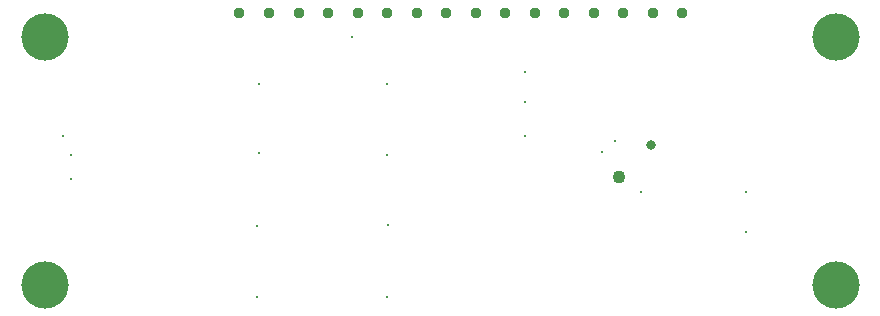
<source format=gbr>
%TF.GenerationSoftware,Altium Limited,Altium Designer,21.3.2 (30)*%
G04 Layer_Color=0*
%FSLAX45Y45*%
%MOMM*%
%TF.SameCoordinates,A53E8B12-5703-4EC1-9ACC-F1C4DEFA11C2*%
%TF.FilePolarity,Positive*%
%TF.FileFunction,Plated,1,2,PTH,Drill*%
%TF.Part,Single*%
G01*
G75*
%TA.AperFunction,ComponentDrill*%
%ADD33C,4.00000*%
%ADD34C,0.95000*%
%ADD35C,0.80000*%
%ADD36C,1.10000*%
%TA.AperFunction,ViaDrill,NotFilled*%
%ADD37C,0.30000*%
D33*
X7800000Y1000000D02*
D03*
Y3100000D02*
D03*
X1100000D02*
D03*
Y1000000D02*
D03*
D34*
X2750000Y3300000D02*
D03*
X3000000D02*
D03*
X3250000D02*
D03*
X3500000D02*
D03*
X3750000D02*
D03*
X4000000D02*
D03*
X4250000D02*
D03*
X4500000D02*
D03*
X4750000D02*
D03*
X5000000D02*
D03*
X5250000D02*
D03*
X5500000D02*
D03*
X5750000D02*
D03*
X6000000D02*
D03*
X6250000D02*
D03*
X6500000D02*
D03*
D35*
X6234350Y2184350D02*
D03*
D36*
X5965649Y1915650D02*
D03*
D37*
X2900000Y900000D02*
D03*
X4000000D02*
D03*
X3700000Y3100000D02*
D03*
X1256537Y2262408D02*
D03*
X1325000Y2100000D02*
D03*
Y1900000D02*
D03*
X5165000Y2800000D02*
D03*
Y2550000D02*
D03*
X5168917Y2261751D02*
D03*
X6149703Y1788868D02*
D03*
X5822500Y2125000D02*
D03*
X5932632Y2219796D02*
D03*
X7040000Y1790000D02*
D03*
Y1450000D02*
D03*
X4003552Y1505805D02*
D03*
X2897432Y1497907D02*
D03*
X4000000Y2700000D02*
D03*
Y2100000D02*
D03*
X2915000Y2119290D02*
D03*
Y2700000D02*
D03*
%TF.MD5,6337b829330b405525d4b397b0f29ab7*%
M02*

</source>
